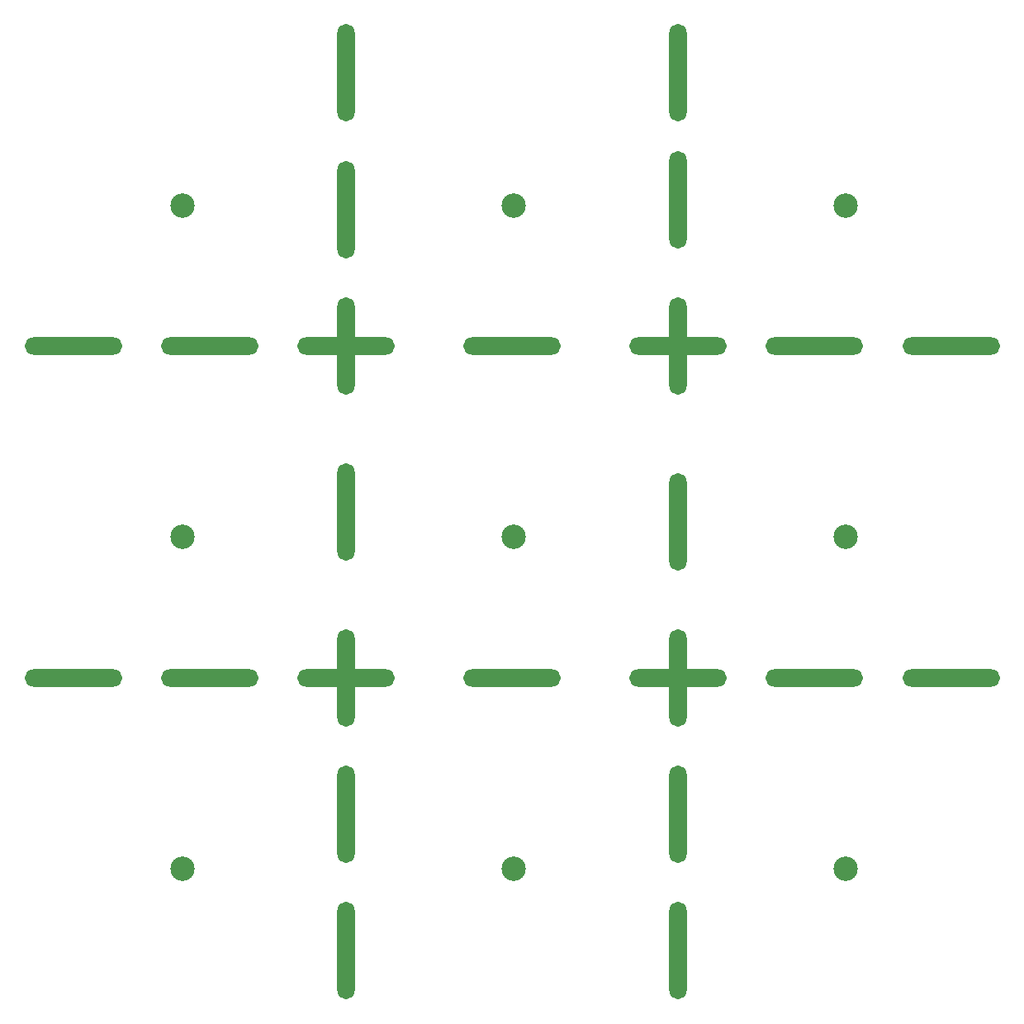
<source format=gbr>
%TF.GenerationSoftware,KiCad,Pcbnew,(6.0.4)*%
%TF.CreationDate,2022-12-29T00:07:26+09:00*%
%TF.ProjectId,gps-ublox-m10s,6770732d-7562-46c6-9f78-2d6d3130732e,rev?*%
%TF.SameCoordinates,Original*%
%TF.FileFunction,Soldermask,Bot*%
%TF.FilePolarity,Negative*%
%FSLAX46Y46*%
G04 Gerber Fmt 4.6, Leading zero omitted, Abs format (unit mm)*
G04 Created by KiCad (PCBNEW (6.0.4)) date 2022-12-29 00:07:26*
%MOMM*%
%LPD*%
G01*
G04 APERTURE LIST*
%ADD10O,1.800000X10.000000*%
%ADD11O,10.000000X1.800000*%
%ADD12C,2.500000*%
G04 APERTURE END LIST*
D10*
%TO.C,*%
X138000000Y-100000000D03*
%TD*%
%TO.C,*%
X172000000Y-101000000D03*
%TD*%
D11*
%TO.C,*%
X124000000Y-117000000D03*
%TD*%
%TO.C,*%
X124000000Y-83000000D03*
%TD*%
%TO.C,*%
X186000000Y-83000000D03*
%TD*%
D10*
%TO.C,*%
X172000000Y-68000000D03*
%TD*%
%TO.C,*%
X138000000Y-69000000D03*
%TD*%
%TO.C,*%
X138000000Y-131000000D03*
%TD*%
%TO.C,*%
X172000000Y-131000000D03*
%TD*%
D11*
%TO.C,*%
X186000000Y-117000000D03*
%TD*%
%TO.C,*%
X155000000Y-83000000D03*
%TD*%
%TO.C,*%
X155000000Y-117000000D03*
%TD*%
%TO.C,*%
X138000000Y-117000000D03*
%TD*%
%TO.C,*%
X172000000Y-117000000D03*
%TD*%
%TO.C,*%
X172000000Y-83000000D03*
%TD*%
%TO.C,*%
X138000000Y-83000000D03*
%TD*%
D10*
%TO.C,*%
X138000000Y-117000000D03*
%TD*%
%TO.C,*%
X172000000Y-117000000D03*
%TD*%
%TO.C,*%
X172000000Y-83000000D03*
%TD*%
%TO.C,*%
X138000000Y-83000000D03*
%TD*%
%TO.C,*%
X138000000Y-55000000D03*
%TD*%
%TO.C,*%
X172000000Y-55000000D03*
%TD*%
%TO.C,*%
X172000000Y-145000000D03*
%TD*%
%TO.C,*%
X138000000Y-145000000D03*
%TD*%
D11*
%TO.C,*%
X110000000Y-117000000D03*
%TD*%
%TO.C,*%
X110000000Y-83000000D03*
%TD*%
%TO.C,*%
X200000000Y-117000000D03*
%TD*%
%TO.C,*%
X200000000Y-83000000D03*
%TD*%
D12*
%TO.C,ANT9*%
X189175000Y-136559831D03*
%TD*%
%TO.C,ANT8*%
X155175000Y-136559831D03*
%TD*%
%TO.C,ANT7*%
X121175000Y-136559831D03*
%TD*%
%TO.C,ANT6*%
X189175000Y-102559831D03*
%TD*%
%TO.C,ANT5*%
X155175000Y-102559831D03*
%TD*%
%TO.C,ANT4*%
X121175000Y-102559831D03*
%TD*%
%TO.C,ANT3*%
X189175000Y-68559831D03*
%TD*%
%TO.C,ANT2*%
X155175000Y-68559831D03*
%TD*%
%TO.C,ANT1*%
X121175000Y-68559831D03*
%TD*%
M02*

</source>
